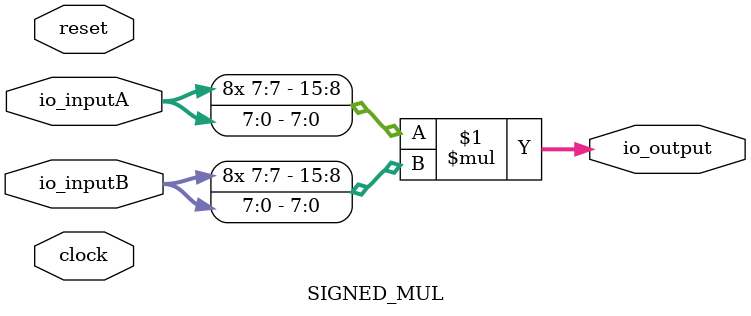
<source format=v>
module SIGNED_MUL(
  input         clock,
  input         reset,
  input  [7:0]  io_inputA,
  input  [7:0]  io_inputB,
  output [15:0] io_output
);
  assign io_output = $signed(io_inputA) * $signed(io_inputB); // @[SIGNED_MUL.scala 12:26]
endmodule

</source>
